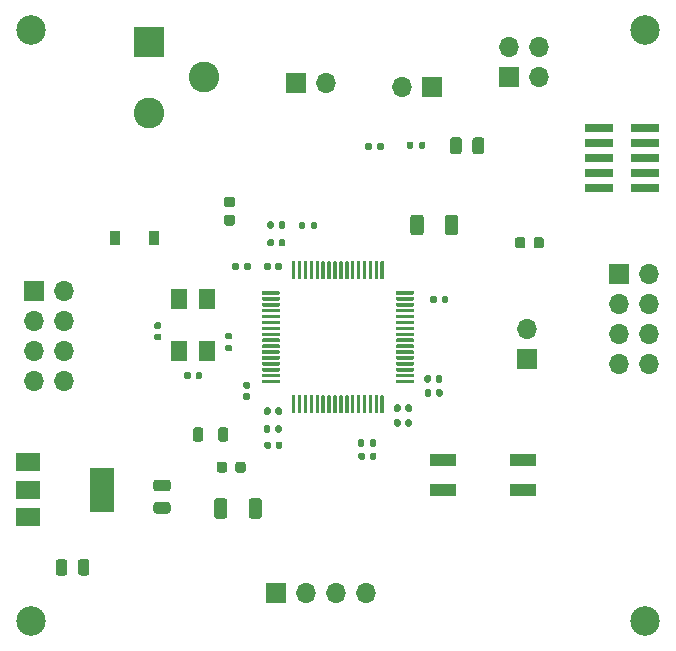
<source format=gbr>
%TF.GenerationSoftware,KiCad,Pcbnew,(5.1.8)-1*%
%TF.CreationDate,2020-11-24T12:22:43+05:30*%
%TF.ProjectId,stm32f405_breakout,73746d33-3266-4343-9035-5f627265616b,rev?*%
%TF.SameCoordinates,Original*%
%TF.FileFunction,Soldermask,Top*%
%TF.FilePolarity,Negative*%
%FSLAX46Y46*%
G04 Gerber Fmt 4.6, Leading zero omitted, Abs format (unit mm)*
G04 Created by KiCad (PCBNEW (5.1.8)-1) date 2020-11-24 12:22:43*
%MOMM*%
%LPD*%
G01*
G04 APERTURE LIST*
%ADD10R,1.700000X1.700000*%
%ADD11O,1.700000X1.700000*%
%ADD12R,0.900000X1.200000*%
%ADD13C,2.500000*%
%ADD14R,2.400000X0.740000*%
%ADD15R,2.600000X2.600000*%
%ADD16C,2.600000*%
%ADD17R,1.400000X1.800000*%
%ADD18R,2.160000X1.120000*%
%ADD19R,2.000000X3.800000*%
%ADD20R,2.000000X1.500000*%
G04 APERTURE END LIST*
%TO.C,D2*%
G36*
G01*
X136641200Y-89353850D02*
X136641200Y-88841350D01*
G75*
G02*
X136859950Y-88622600I218750J0D01*
G01*
X137297450Y-88622600D01*
G75*
G02*
X137516200Y-88841350I0J-218750D01*
G01*
X137516200Y-89353850D01*
G75*
G02*
X137297450Y-89572600I-218750J0D01*
G01*
X136859950Y-89572600D01*
G75*
G02*
X136641200Y-89353850I0J218750D01*
G01*
G37*
G36*
G01*
X138216200Y-89353850D02*
X138216200Y-88841350D01*
G75*
G02*
X138434950Y-88622600I218750J0D01*
G01*
X138872450Y-88622600D01*
G75*
G02*
X139091200Y-88841350I0J-218750D01*
G01*
X139091200Y-89353850D01*
G75*
G02*
X138872450Y-89572600I-218750J0D01*
G01*
X138434950Y-89572600D01*
G75*
G02*
X138216200Y-89353850I0J218750D01*
G01*
G37*
%TD*%
%TO.C,U1*%
G36*
G01*
X117753700Y-92122600D02*
X117753700Y-90722600D01*
G75*
G02*
X117828700Y-90647600I75000J0D01*
G01*
X117978700Y-90647600D01*
G75*
G02*
X118053700Y-90722600I0J-75000D01*
G01*
X118053700Y-92122600D01*
G75*
G02*
X117978700Y-92197600I-75000J0D01*
G01*
X117828700Y-92197600D01*
G75*
G02*
X117753700Y-92122600I0J75000D01*
G01*
G37*
G36*
G01*
X118253700Y-92122600D02*
X118253700Y-90722600D01*
G75*
G02*
X118328700Y-90647600I75000J0D01*
G01*
X118478700Y-90647600D01*
G75*
G02*
X118553700Y-90722600I0J-75000D01*
G01*
X118553700Y-92122600D01*
G75*
G02*
X118478700Y-92197600I-75000J0D01*
G01*
X118328700Y-92197600D01*
G75*
G02*
X118253700Y-92122600I0J75000D01*
G01*
G37*
G36*
G01*
X118753700Y-92122600D02*
X118753700Y-90722600D01*
G75*
G02*
X118828700Y-90647600I75000J0D01*
G01*
X118978700Y-90647600D01*
G75*
G02*
X119053700Y-90722600I0J-75000D01*
G01*
X119053700Y-92122600D01*
G75*
G02*
X118978700Y-92197600I-75000J0D01*
G01*
X118828700Y-92197600D01*
G75*
G02*
X118753700Y-92122600I0J75000D01*
G01*
G37*
G36*
G01*
X119253700Y-92122600D02*
X119253700Y-90722600D01*
G75*
G02*
X119328700Y-90647600I75000J0D01*
G01*
X119478700Y-90647600D01*
G75*
G02*
X119553700Y-90722600I0J-75000D01*
G01*
X119553700Y-92122600D01*
G75*
G02*
X119478700Y-92197600I-75000J0D01*
G01*
X119328700Y-92197600D01*
G75*
G02*
X119253700Y-92122600I0J75000D01*
G01*
G37*
G36*
G01*
X119753700Y-92122600D02*
X119753700Y-90722600D01*
G75*
G02*
X119828700Y-90647600I75000J0D01*
G01*
X119978700Y-90647600D01*
G75*
G02*
X120053700Y-90722600I0J-75000D01*
G01*
X120053700Y-92122600D01*
G75*
G02*
X119978700Y-92197600I-75000J0D01*
G01*
X119828700Y-92197600D01*
G75*
G02*
X119753700Y-92122600I0J75000D01*
G01*
G37*
G36*
G01*
X120253700Y-92122600D02*
X120253700Y-90722600D01*
G75*
G02*
X120328700Y-90647600I75000J0D01*
G01*
X120478700Y-90647600D01*
G75*
G02*
X120553700Y-90722600I0J-75000D01*
G01*
X120553700Y-92122600D01*
G75*
G02*
X120478700Y-92197600I-75000J0D01*
G01*
X120328700Y-92197600D01*
G75*
G02*
X120253700Y-92122600I0J75000D01*
G01*
G37*
G36*
G01*
X120753700Y-92122600D02*
X120753700Y-90722600D01*
G75*
G02*
X120828700Y-90647600I75000J0D01*
G01*
X120978700Y-90647600D01*
G75*
G02*
X121053700Y-90722600I0J-75000D01*
G01*
X121053700Y-92122600D01*
G75*
G02*
X120978700Y-92197600I-75000J0D01*
G01*
X120828700Y-92197600D01*
G75*
G02*
X120753700Y-92122600I0J75000D01*
G01*
G37*
G36*
G01*
X121253700Y-92122600D02*
X121253700Y-90722600D01*
G75*
G02*
X121328700Y-90647600I75000J0D01*
G01*
X121478700Y-90647600D01*
G75*
G02*
X121553700Y-90722600I0J-75000D01*
G01*
X121553700Y-92122600D01*
G75*
G02*
X121478700Y-92197600I-75000J0D01*
G01*
X121328700Y-92197600D01*
G75*
G02*
X121253700Y-92122600I0J75000D01*
G01*
G37*
G36*
G01*
X121753700Y-92122600D02*
X121753700Y-90722600D01*
G75*
G02*
X121828700Y-90647600I75000J0D01*
G01*
X121978700Y-90647600D01*
G75*
G02*
X122053700Y-90722600I0J-75000D01*
G01*
X122053700Y-92122600D01*
G75*
G02*
X121978700Y-92197600I-75000J0D01*
G01*
X121828700Y-92197600D01*
G75*
G02*
X121753700Y-92122600I0J75000D01*
G01*
G37*
G36*
G01*
X122253700Y-92122600D02*
X122253700Y-90722600D01*
G75*
G02*
X122328700Y-90647600I75000J0D01*
G01*
X122478700Y-90647600D01*
G75*
G02*
X122553700Y-90722600I0J-75000D01*
G01*
X122553700Y-92122600D01*
G75*
G02*
X122478700Y-92197600I-75000J0D01*
G01*
X122328700Y-92197600D01*
G75*
G02*
X122253700Y-92122600I0J75000D01*
G01*
G37*
G36*
G01*
X122753700Y-92122600D02*
X122753700Y-90722600D01*
G75*
G02*
X122828700Y-90647600I75000J0D01*
G01*
X122978700Y-90647600D01*
G75*
G02*
X123053700Y-90722600I0J-75000D01*
G01*
X123053700Y-92122600D01*
G75*
G02*
X122978700Y-92197600I-75000J0D01*
G01*
X122828700Y-92197600D01*
G75*
G02*
X122753700Y-92122600I0J75000D01*
G01*
G37*
G36*
G01*
X123253700Y-92122600D02*
X123253700Y-90722600D01*
G75*
G02*
X123328700Y-90647600I75000J0D01*
G01*
X123478700Y-90647600D01*
G75*
G02*
X123553700Y-90722600I0J-75000D01*
G01*
X123553700Y-92122600D01*
G75*
G02*
X123478700Y-92197600I-75000J0D01*
G01*
X123328700Y-92197600D01*
G75*
G02*
X123253700Y-92122600I0J75000D01*
G01*
G37*
G36*
G01*
X123753700Y-92122600D02*
X123753700Y-90722600D01*
G75*
G02*
X123828700Y-90647600I75000J0D01*
G01*
X123978700Y-90647600D01*
G75*
G02*
X124053700Y-90722600I0J-75000D01*
G01*
X124053700Y-92122600D01*
G75*
G02*
X123978700Y-92197600I-75000J0D01*
G01*
X123828700Y-92197600D01*
G75*
G02*
X123753700Y-92122600I0J75000D01*
G01*
G37*
G36*
G01*
X124253700Y-92122600D02*
X124253700Y-90722600D01*
G75*
G02*
X124328700Y-90647600I75000J0D01*
G01*
X124478700Y-90647600D01*
G75*
G02*
X124553700Y-90722600I0J-75000D01*
G01*
X124553700Y-92122600D01*
G75*
G02*
X124478700Y-92197600I-75000J0D01*
G01*
X124328700Y-92197600D01*
G75*
G02*
X124253700Y-92122600I0J75000D01*
G01*
G37*
G36*
G01*
X124753700Y-92122600D02*
X124753700Y-90722600D01*
G75*
G02*
X124828700Y-90647600I75000J0D01*
G01*
X124978700Y-90647600D01*
G75*
G02*
X125053700Y-90722600I0J-75000D01*
G01*
X125053700Y-92122600D01*
G75*
G02*
X124978700Y-92197600I-75000J0D01*
G01*
X124828700Y-92197600D01*
G75*
G02*
X124753700Y-92122600I0J75000D01*
G01*
G37*
G36*
G01*
X125253700Y-92122600D02*
X125253700Y-90722600D01*
G75*
G02*
X125328700Y-90647600I75000J0D01*
G01*
X125478700Y-90647600D01*
G75*
G02*
X125553700Y-90722600I0J-75000D01*
G01*
X125553700Y-92122600D01*
G75*
G02*
X125478700Y-92197600I-75000J0D01*
G01*
X125328700Y-92197600D01*
G75*
G02*
X125253700Y-92122600I0J75000D01*
G01*
G37*
G36*
G01*
X126553700Y-93422600D02*
X126553700Y-93272600D01*
G75*
G02*
X126628700Y-93197600I75000J0D01*
G01*
X128028700Y-93197600D01*
G75*
G02*
X128103700Y-93272600I0J-75000D01*
G01*
X128103700Y-93422600D01*
G75*
G02*
X128028700Y-93497600I-75000J0D01*
G01*
X126628700Y-93497600D01*
G75*
G02*
X126553700Y-93422600I0J75000D01*
G01*
G37*
G36*
G01*
X126553700Y-93922600D02*
X126553700Y-93772600D01*
G75*
G02*
X126628700Y-93697600I75000J0D01*
G01*
X128028700Y-93697600D01*
G75*
G02*
X128103700Y-93772600I0J-75000D01*
G01*
X128103700Y-93922600D01*
G75*
G02*
X128028700Y-93997600I-75000J0D01*
G01*
X126628700Y-93997600D01*
G75*
G02*
X126553700Y-93922600I0J75000D01*
G01*
G37*
G36*
G01*
X126553700Y-94422600D02*
X126553700Y-94272600D01*
G75*
G02*
X126628700Y-94197600I75000J0D01*
G01*
X128028700Y-94197600D01*
G75*
G02*
X128103700Y-94272600I0J-75000D01*
G01*
X128103700Y-94422600D01*
G75*
G02*
X128028700Y-94497600I-75000J0D01*
G01*
X126628700Y-94497600D01*
G75*
G02*
X126553700Y-94422600I0J75000D01*
G01*
G37*
G36*
G01*
X126553700Y-94922600D02*
X126553700Y-94772600D01*
G75*
G02*
X126628700Y-94697600I75000J0D01*
G01*
X128028700Y-94697600D01*
G75*
G02*
X128103700Y-94772600I0J-75000D01*
G01*
X128103700Y-94922600D01*
G75*
G02*
X128028700Y-94997600I-75000J0D01*
G01*
X126628700Y-94997600D01*
G75*
G02*
X126553700Y-94922600I0J75000D01*
G01*
G37*
G36*
G01*
X126553700Y-95422600D02*
X126553700Y-95272600D01*
G75*
G02*
X126628700Y-95197600I75000J0D01*
G01*
X128028700Y-95197600D01*
G75*
G02*
X128103700Y-95272600I0J-75000D01*
G01*
X128103700Y-95422600D01*
G75*
G02*
X128028700Y-95497600I-75000J0D01*
G01*
X126628700Y-95497600D01*
G75*
G02*
X126553700Y-95422600I0J75000D01*
G01*
G37*
G36*
G01*
X126553700Y-95922600D02*
X126553700Y-95772600D01*
G75*
G02*
X126628700Y-95697600I75000J0D01*
G01*
X128028700Y-95697600D01*
G75*
G02*
X128103700Y-95772600I0J-75000D01*
G01*
X128103700Y-95922600D01*
G75*
G02*
X128028700Y-95997600I-75000J0D01*
G01*
X126628700Y-95997600D01*
G75*
G02*
X126553700Y-95922600I0J75000D01*
G01*
G37*
G36*
G01*
X126553700Y-96422600D02*
X126553700Y-96272600D01*
G75*
G02*
X126628700Y-96197600I75000J0D01*
G01*
X128028700Y-96197600D01*
G75*
G02*
X128103700Y-96272600I0J-75000D01*
G01*
X128103700Y-96422600D01*
G75*
G02*
X128028700Y-96497600I-75000J0D01*
G01*
X126628700Y-96497600D01*
G75*
G02*
X126553700Y-96422600I0J75000D01*
G01*
G37*
G36*
G01*
X126553700Y-96922600D02*
X126553700Y-96772600D01*
G75*
G02*
X126628700Y-96697600I75000J0D01*
G01*
X128028700Y-96697600D01*
G75*
G02*
X128103700Y-96772600I0J-75000D01*
G01*
X128103700Y-96922600D01*
G75*
G02*
X128028700Y-96997600I-75000J0D01*
G01*
X126628700Y-96997600D01*
G75*
G02*
X126553700Y-96922600I0J75000D01*
G01*
G37*
G36*
G01*
X126553700Y-97422600D02*
X126553700Y-97272600D01*
G75*
G02*
X126628700Y-97197600I75000J0D01*
G01*
X128028700Y-97197600D01*
G75*
G02*
X128103700Y-97272600I0J-75000D01*
G01*
X128103700Y-97422600D01*
G75*
G02*
X128028700Y-97497600I-75000J0D01*
G01*
X126628700Y-97497600D01*
G75*
G02*
X126553700Y-97422600I0J75000D01*
G01*
G37*
G36*
G01*
X126553700Y-97922600D02*
X126553700Y-97772600D01*
G75*
G02*
X126628700Y-97697600I75000J0D01*
G01*
X128028700Y-97697600D01*
G75*
G02*
X128103700Y-97772600I0J-75000D01*
G01*
X128103700Y-97922600D01*
G75*
G02*
X128028700Y-97997600I-75000J0D01*
G01*
X126628700Y-97997600D01*
G75*
G02*
X126553700Y-97922600I0J75000D01*
G01*
G37*
G36*
G01*
X126553700Y-98422600D02*
X126553700Y-98272600D01*
G75*
G02*
X126628700Y-98197600I75000J0D01*
G01*
X128028700Y-98197600D01*
G75*
G02*
X128103700Y-98272600I0J-75000D01*
G01*
X128103700Y-98422600D01*
G75*
G02*
X128028700Y-98497600I-75000J0D01*
G01*
X126628700Y-98497600D01*
G75*
G02*
X126553700Y-98422600I0J75000D01*
G01*
G37*
G36*
G01*
X126553700Y-98922600D02*
X126553700Y-98772600D01*
G75*
G02*
X126628700Y-98697600I75000J0D01*
G01*
X128028700Y-98697600D01*
G75*
G02*
X128103700Y-98772600I0J-75000D01*
G01*
X128103700Y-98922600D01*
G75*
G02*
X128028700Y-98997600I-75000J0D01*
G01*
X126628700Y-98997600D01*
G75*
G02*
X126553700Y-98922600I0J75000D01*
G01*
G37*
G36*
G01*
X126553700Y-99422600D02*
X126553700Y-99272600D01*
G75*
G02*
X126628700Y-99197600I75000J0D01*
G01*
X128028700Y-99197600D01*
G75*
G02*
X128103700Y-99272600I0J-75000D01*
G01*
X128103700Y-99422600D01*
G75*
G02*
X128028700Y-99497600I-75000J0D01*
G01*
X126628700Y-99497600D01*
G75*
G02*
X126553700Y-99422600I0J75000D01*
G01*
G37*
G36*
G01*
X126553700Y-99922600D02*
X126553700Y-99772600D01*
G75*
G02*
X126628700Y-99697600I75000J0D01*
G01*
X128028700Y-99697600D01*
G75*
G02*
X128103700Y-99772600I0J-75000D01*
G01*
X128103700Y-99922600D01*
G75*
G02*
X128028700Y-99997600I-75000J0D01*
G01*
X126628700Y-99997600D01*
G75*
G02*
X126553700Y-99922600I0J75000D01*
G01*
G37*
G36*
G01*
X126553700Y-100422600D02*
X126553700Y-100272600D01*
G75*
G02*
X126628700Y-100197600I75000J0D01*
G01*
X128028700Y-100197600D01*
G75*
G02*
X128103700Y-100272600I0J-75000D01*
G01*
X128103700Y-100422600D01*
G75*
G02*
X128028700Y-100497600I-75000J0D01*
G01*
X126628700Y-100497600D01*
G75*
G02*
X126553700Y-100422600I0J75000D01*
G01*
G37*
G36*
G01*
X126553700Y-100922600D02*
X126553700Y-100772600D01*
G75*
G02*
X126628700Y-100697600I75000J0D01*
G01*
X128028700Y-100697600D01*
G75*
G02*
X128103700Y-100772600I0J-75000D01*
G01*
X128103700Y-100922600D01*
G75*
G02*
X128028700Y-100997600I-75000J0D01*
G01*
X126628700Y-100997600D01*
G75*
G02*
X126553700Y-100922600I0J75000D01*
G01*
G37*
G36*
G01*
X125253700Y-103472600D02*
X125253700Y-102072600D01*
G75*
G02*
X125328700Y-101997600I75000J0D01*
G01*
X125478700Y-101997600D01*
G75*
G02*
X125553700Y-102072600I0J-75000D01*
G01*
X125553700Y-103472600D01*
G75*
G02*
X125478700Y-103547600I-75000J0D01*
G01*
X125328700Y-103547600D01*
G75*
G02*
X125253700Y-103472600I0J75000D01*
G01*
G37*
G36*
G01*
X124753700Y-103472600D02*
X124753700Y-102072600D01*
G75*
G02*
X124828700Y-101997600I75000J0D01*
G01*
X124978700Y-101997600D01*
G75*
G02*
X125053700Y-102072600I0J-75000D01*
G01*
X125053700Y-103472600D01*
G75*
G02*
X124978700Y-103547600I-75000J0D01*
G01*
X124828700Y-103547600D01*
G75*
G02*
X124753700Y-103472600I0J75000D01*
G01*
G37*
G36*
G01*
X124253700Y-103472600D02*
X124253700Y-102072600D01*
G75*
G02*
X124328700Y-101997600I75000J0D01*
G01*
X124478700Y-101997600D01*
G75*
G02*
X124553700Y-102072600I0J-75000D01*
G01*
X124553700Y-103472600D01*
G75*
G02*
X124478700Y-103547600I-75000J0D01*
G01*
X124328700Y-103547600D01*
G75*
G02*
X124253700Y-103472600I0J75000D01*
G01*
G37*
G36*
G01*
X123753700Y-103472600D02*
X123753700Y-102072600D01*
G75*
G02*
X123828700Y-101997600I75000J0D01*
G01*
X123978700Y-101997600D01*
G75*
G02*
X124053700Y-102072600I0J-75000D01*
G01*
X124053700Y-103472600D01*
G75*
G02*
X123978700Y-103547600I-75000J0D01*
G01*
X123828700Y-103547600D01*
G75*
G02*
X123753700Y-103472600I0J75000D01*
G01*
G37*
G36*
G01*
X123253700Y-103472600D02*
X123253700Y-102072600D01*
G75*
G02*
X123328700Y-101997600I75000J0D01*
G01*
X123478700Y-101997600D01*
G75*
G02*
X123553700Y-102072600I0J-75000D01*
G01*
X123553700Y-103472600D01*
G75*
G02*
X123478700Y-103547600I-75000J0D01*
G01*
X123328700Y-103547600D01*
G75*
G02*
X123253700Y-103472600I0J75000D01*
G01*
G37*
G36*
G01*
X122753700Y-103472600D02*
X122753700Y-102072600D01*
G75*
G02*
X122828700Y-101997600I75000J0D01*
G01*
X122978700Y-101997600D01*
G75*
G02*
X123053700Y-102072600I0J-75000D01*
G01*
X123053700Y-103472600D01*
G75*
G02*
X122978700Y-103547600I-75000J0D01*
G01*
X122828700Y-103547600D01*
G75*
G02*
X122753700Y-103472600I0J75000D01*
G01*
G37*
G36*
G01*
X122253700Y-103472600D02*
X122253700Y-102072600D01*
G75*
G02*
X122328700Y-101997600I75000J0D01*
G01*
X122478700Y-101997600D01*
G75*
G02*
X122553700Y-102072600I0J-75000D01*
G01*
X122553700Y-103472600D01*
G75*
G02*
X122478700Y-103547600I-75000J0D01*
G01*
X122328700Y-103547600D01*
G75*
G02*
X122253700Y-103472600I0J75000D01*
G01*
G37*
G36*
G01*
X121753700Y-103472600D02*
X121753700Y-102072600D01*
G75*
G02*
X121828700Y-101997600I75000J0D01*
G01*
X121978700Y-101997600D01*
G75*
G02*
X122053700Y-102072600I0J-75000D01*
G01*
X122053700Y-103472600D01*
G75*
G02*
X121978700Y-103547600I-75000J0D01*
G01*
X121828700Y-103547600D01*
G75*
G02*
X121753700Y-103472600I0J75000D01*
G01*
G37*
G36*
G01*
X121253700Y-103472600D02*
X121253700Y-102072600D01*
G75*
G02*
X121328700Y-101997600I75000J0D01*
G01*
X121478700Y-101997600D01*
G75*
G02*
X121553700Y-102072600I0J-75000D01*
G01*
X121553700Y-103472600D01*
G75*
G02*
X121478700Y-103547600I-75000J0D01*
G01*
X121328700Y-103547600D01*
G75*
G02*
X121253700Y-103472600I0J75000D01*
G01*
G37*
G36*
G01*
X120753700Y-103472600D02*
X120753700Y-102072600D01*
G75*
G02*
X120828700Y-101997600I75000J0D01*
G01*
X120978700Y-101997600D01*
G75*
G02*
X121053700Y-102072600I0J-75000D01*
G01*
X121053700Y-103472600D01*
G75*
G02*
X120978700Y-103547600I-75000J0D01*
G01*
X120828700Y-103547600D01*
G75*
G02*
X120753700Y-103472600I0J75000D01*
G01*
G37*
G36*
G01*
X120253700Y-103472600D02*
X120253700Y-102072600D01*
G75*
G02*
X120328700Y-101997600I75000J0D01*
G01*
X120478700Y-101997600D01*
G75*
G02*
X120553700Y-102072600I0J-75000D01*
G01*
X120553700Y-103472600D01*
G75*
G02*
X120478700Y-103547600I-75000J0D01*
G01*
X120328700Y-103547600D01*
G75*
G02*
X120253700Y-103472600I0J75000D01*
G01*
G37*
G36*
G01*
X119753700Y-103472600D02*
X119753700Y-102072600D01*
G75*
G02*
X119828700Y-101997600I75000J0D01*
G01*
X119978700Y-101997600D01*
G75*
G02*
X120053700Y-102072600I0J-75000D01*
G01*
X120053700Y-103472600D01*
G75*
G02*
X119978700Y-103547600I-75000J0D01*
G01*
X119828700Y-103547600D01*
G75*
G02*
X119753700Y-103472600I0J75000D01*
G01*
G37*
G36*
G01*
X119253700Y-103472600D02*
X119253700Y-102072600D01*
G75*
G02*
X119328700Y-101997600I75000J0D01*
G01*
X119478700Y-101997600D01*
G75*
G02*
X119553700Y-102072600I0J-75000D01*
G01*
X119553700Y-103472600D01*
G75*
G02*
X119478700Y-103547600I-75000J0D01*
G01*
X119328700Y-103547600D01*
G75*
G02*
X119253700Y-103472600I0J75000D01*
G01*
G37*
G36*
G01*
X118753700Y-103472600D02*
X118753700Y-102072600D01*
G75*
G02*
X118828700Y-101997600I75000J0D01*
G01*
X118978700Y-101997600D01*
G75*
G02*
X119053700Y-102072600I0J-75000D01*
G01*
X119053700Y-103472600D01*
G75*
G02*
X118978700Y-103547600I-75000J0D01*
G01*
X118828700Y-103547600D01*
G75*
G02*
X118753700Y-103472600I0J75000D01*
G01*
G37*
G36*
G01*
X118253700Y-103472600D02*
X118253700Y-102072600D01*
G75*
G02*
X118328700Y-101997600I75000J0D01*
G01*
X118478700Y-101997600D01*
G75*
G02*
X118553700Y-102072600I0J-75000D01*
G01*
X118553700Y-103472600D01*
G75*
G02*
X118478700Y-103547600I-75000J0D01*
G01*
X118328700Y-103547600D01*
G75*
G02*
X118253700Y-103472600I0J75000D01*
G01*
G37*
G36*
G01*
X117753700Y-103472600D02*
X117753700Y-102072600D01*
G75*
G02*
X117828700Y-101997600I75000J0D01*
G01*
X117978700Y-101997600D01*
G75*
G02*
X118053700Y-102072600I0J-75000D01*
G01*
X118053700Y-103472600D01*
G75*
G02*
X117978700Y-103547600I-75000J0D01*
G01*
X117828700Y-103547600D01*
G75*
G02*
X117753700Y-103472600I0J75000D01*
G01*
G37*
G36*
G01*
X115203700Y-100922600D02*
X115203700Y-100772600D01*
G75*
G02*
X115278700Y-100697600I75000J0D01*
G01*
X116678700Y-100697600D01*
G75*
G02*
X116753700Y-100772600I0J-75000D01*
G01*
X116753700Y-100922600D01*
G75*
G02*
X116678700Y-100997600I-75000J0D01*
G01*
X115278700Y-100997600D01*
G75*
G02*
X115203700Y-100922600I0J75000D01*
G01*
G37*
G36*
G01*
X115203700Y-100422600D02*
X115203700Y-100272600D01*
G75*
G02*
X115278700Y-100197600I75000J0D01*
G01*
X116678700Y-100197600D01*
G75*
G02*
X116753700Y-100272600I0J-75000D01*
G01*
X116753700Y-100422600D01*
G75*
G02*
X116678700Y-100497600I-75000J0D01*
G01*
X115278700Y-100497600D01*
G75*
G02*
X115203700Y-100422600I0J75000D01*
G01*
G37*
G36*
G01*
X115203700Y-99922600D02*
X115203700Y-99772600D01*
G75*
G02*
X115278700Y-99697600I75000J0D01*
G01*
X116678700Y-99697600D01*
G75*
G02*
X116753700Y-99772600I0J-75000D01*
G01*
X116753700Y-99922600D01*
G75*
G02*
X116678700Y-99997600I-75000J0D01*
G01*
X115278700Y-99997600D01*
G75*
G02*
X115203700Y-99922600I0J75000D01*
G01*
G37*
G36*
G01*
X115203700Y-99422600D02*
X115203700Y-99272600D01*
G75*
G02*
X115278700Y-99197600I75000J0D01*
G01*
X116678700Y-99197600D01*
G75*
G02*
X116753700Y-99272600I0J-75000D01*
G01*
X116753700Y-99422600D01*
G75*
G02*
X116678700Y-99497600I-75000J0D01*
G01*
X115278700Y-99497600D01*
G75*
G02*
X115203700Y-99422600I0J75000D01*
G01*
G37*
G36*
G01*
X115203700Y-98922600D02*
X115203700Y-98772600D01*
G75*
G02*
X115278700Y-98697600I75000J0D01*
G01*
X116678700Y-98697600D01*
G75*
G02*
X116753700Y-98772600I0J-75000D01*
G01*
X116753700Y-98922600D01*
G75*
G02*
X116678700Y-98997600I-75000J0D01*
G01*
X115278700Y-98997600D01*
G75*
G02*
X115203700Y-98922600I0J75000D01*
G01*
G37*
G36*
G01*
X115203700Y-98422600D02*
X115203700Y-98272600D01*
G75*
G02*
X115278700Y-98197600I75000J0D01*
G01*
X116678700Y-98197600D01*
G75*
G02*
X116753700Y-98272600I0J-75000D01*
G01*
X116753700Y-98422600D01*
G75*
G02*
X116678700Y-98497600I-75000J0D01*
G01*
X115278700Y-98497600D01*
G75*
G02*
X115203700Y-98422600I0J75000D01*
G01*
G37*
G36*
G01*
X115203700Y-97922600D02*
X115203700Y-97772600D01*
G75*
G02*
X115278700Y-97697600I75000J0D01*
G01*
X116678700Y-97697600D01*
G75*
G02*
X116753700Y-97772600I0J-75000D01*
G01*
X116753700Y-97922600D01*
G75*
G02*
X116678700Y-97997600I-75000J0D01*
G01*
X115278700Y-97997600D01*
G75*
G02*
X115203700Y-97922600I0J75000D01*
G01*
G37*
G36*
G01*
X115203700Y-97422600D02*
X115203700Y-97272600D01*
G75*
G02*
X115278700Y-97197600I75000J0D01*
G01*
X116678700Y-97197600D01*
G75*
G02*
X116753700Y-97272600I0J-75000D01*
G01*
X116753700Y-97422600D01*
G75*
G02*
X116678700Y-97497600I-75000J0D01*
G01*
X115278700Y-97497600D01*
G75*
G02*
X115203700Y-97422600I0J75000D01*
G01*
G37*
G36*
G01*
X115203700Y-96922600D02*
X115203700Y-96772600D01*
G75*
G02*
X115278700Y-96697600I75000J0D01*
G01*
X116678700Y-96697600D01*
G75*
G02*
X116753700Y-96772600I0J-75000D01*
G01*
X116753700Y-96922600D01*
G75*
G02*
X116678700Y-96997600I-75000J0D01*
G01*
X115278700Y-96997600D01*
G75*
G02*
X115203700Y-96922600I0J75000D01*
G01*
G37*
G36*
G01*
X115203700Y-96422600D02*
X115203700Y-96272600D01*
G75*
G02*
X115278700Y-96197600I75000J0D01*
G01*
X116678700Y-96197600D01*
G75*
G02*
X116753700Y-96272600I0J-75000D01*
G01*
X116753700Y-96422600D01*
G75*
G02*
X116678700Y-96497600I-75000J0D01*
G01*
X115278700Y-96497600D01*
G75*
G02*
X115203700Y-96422600I0J75000D01*
G01*
G37*
G36*
G01*
X115203700Y-95922600D02*
X115203700Y-95772600D01*
G75*
G02*
X115278700Y-95697600I75000J0D01*
G01*
X116678700Y-95697600D01*
G75*
G02*
X116753700Y-95772600I0J-75000D01*
G01*
X116753700Y-95922600D01*
G75*
G02*
X116678700Y-95997600I-75000J0D01*
G01*
X115278700Y-95997600D01*
G75*
G02*
X115203700Y-95922600I0J75000D01*
G01*
G37*
G36*
G01*
X115203700Y-95422600D02*
X115203700Y-95272600D01*
G75*
G02*
X115278700Y-95197600I75000J0D01*
G01*
X116678700Y-95197600D01*
G75*
G02*
X116753700Y-95272600I0J-75000D01*
G01*
X116753700Y-95422600D01*
G75*
G02*
X116678700Y-95497600I-75000J0D01*
G01*
X115278700Y-95497600D01*
G75*
G02*
X115203700Y-95422600I0J75000D01*
G01*
G37*
G36*
G01*
X115203700Y-94922600D02*
X115203700Y-94772600D01*
G75*
G02*
X115278700Y-94697600I75000J0D01*
G01*
X116678700Y-94697600D01*
G75*
G02*
X116753700Y-94772600I0J-75000D01*
G01*
X116753700Y-94922600D01*
G75*
G02*
X116678700Y-94997600I-75000J0D01*
G01*
X115278700Y-94997600D01*
G75*
G02*
X115203700Y-94922600I0J75000D01*
G01*
G37*
G36*
G01*
X115203700Y-94422600D02*
X115203700Y-94272600D01*
G75*
G02*
X115278700Y-94197600I75000J0D01*
G01*
X116678700Y-94197600D01*
G75*
G02*
X116753700Y-94272600I0J-75000D01*
G01*
X116753700Y-94422600D01*
G75*
G02*
X116678700Y-94497600I-75000J0D01*
G01*
X115278700Y-94497600D01*
G75*
G02*
X115203700Y-94422600I0J75000D01*
G01*
G37*
G36*
G01*
X115203700Y-93922600D02*
X115203700Y-93772600D01*
G75*
G02*
X115278700Y-93697600I75000J0D01*
G01*
X116678700Y-93697600D01*
G75*
G02*
X116753700Y-93772600I0J-75000D01*
G01*
X116753700Y-93922600D01*
G75*
G02*
X116678700Y-93997600I-75000J0D01*
G01*
X115278700Y-93997600D01*
G75*
G02*
X115203700Y-93922600I0J75000D01*
G01*
G37*
G36*
G01*
X115203700Y-93422600D02*
X115203700Y-93272600D01*
G75*
G02*
X115278700Y-93197600I75000J0D01*
G01*
X116678700Y-93197600D01*
G75*
G02*
X116753700Y-93272600I0J-75000D01*
G01*
X116753700Y-93422600D01*
G75*
G02*
X116678700Y-93497600I-75000J0D01*
G01*
X115278700Y-93497600D01*
G75*
G02*
X115203700Y-93422600I0J75000D01*
G01*
G37*
%TD*%
D10*
%TO.C,PORTC_2*%
X145470880Y-91765120D03*
D11*
X148010880Y-91765120D03*
X145470880Y-94305120D03*
X148010880Y-94305120D03*
X145470880Y-96845120D03*
X148010880Y-96845120D03*
X145470880Y-99385120D03*
X148010880Y-99385120D03*
%TD*%
%TO.C,C14*%
G36*
G01*
X109203700Y-100177600D02*
X109203700Y-100517600D01*
G75*
G02*
X109063700Y-100657600I-140000J0D01*
G01*
X108783700Y-100657600D01*
G75*
G02*
X108643700Y-100517600I0J140000D01*
G01*
X108643700Y-100177600D01*
G75*
G02*
X108783700Y-100037600I140000J0D01*
G01*
X109063700Y-100037600D01*
G75*
G02*
X109203700Y-100177600I0J-140000D01*
G01*
G37*
G36*
G01*
X110163700Y-100177600D02*
X110163700Y-100517600D01*
G75*
G02*
X110023700Y-100657600I-140000J0D01*
G01*
X109743700Y-100657600D01*
G75*
G02*
X109603700Y-100517600I0J140000D01*
G01*
X109603700Y-100177600D01*
G75*
G02*
X109743700Y-100037600I140000J0D01*
G01*
X110023700Y-100037600D01*
G75*
G02*
X110163700Y-100177600I0J-140000D01*
G01*
G37*
%TD*%
%TO.C,C1*%
G36*
G01*
X112221200Y-85198500D02*
X112721200Y-85198500D01*
G75*
G02*
X112946200Y-85423500I0J-225000D01*
G01*
X112946200Y-85873500D01*
G75*
G02*
X112721200Y-86098500I-225000J0D01*
G01*
X112221200Y-86098500D01*
G75*
G02*
X111996200Y-85873500I0J225000D01*
G01*
X111996200Y-85423500D01*
G75*
G02*
X112221200Y-85198500I225000J0D01*
G01*
G37*
G36*
G01*
X112221200Y-86748500D02*
X112721200Y-86748500D01*
G75*
G02*
X112946200Y-86973500I0J-225000D01*
G01*
X112946200Y-87423500D01*
G75*
G02*
X112721200Y-87648500I-225000J0D01*
G01*
X112221200Y-87648500D01*
G75*
G02*
X111996200Y-87423500I0J225000D01*
G01*
X111996200Y-86973500D01*
G75*
G02*
X112221200Y-86748500I225000J0D01*
G01*
G37*
%TD*%
%TO.C,C2*%
G36*
G01*
X116913700Y-90927600D02*
X116913700Y-91267600D01*
G75*
G02*
X116773700Y-91407600I-140000J0D01*
G01*
X116493700Y-91407600D01*
G75*
G02*
X116353700Y-91267600I0J140000D01*
G01*
X116353700Y-90927600D01*
G75*
G02*
X116493700Y-90787600I140000J0D01*
G01*
X116773700Y-90787600D01*
G75*
G02*
X116913700Y-90927600I0J-140000D01*
G01*
G37*
G36*
G01*
X115953700Y-90927600D02*
X115953700Y-91267600D01*
G75*
G02*
X115813700Y-91407600I-140000J0D01*
G01*
X115533700Y-91407600D01*
G75*
G02*
X115393700Y-91267600I0J140000D01*
G01*
X115393700Y-90927600D01*
G75*
G02*
X115533700Y-90787600I140000J0D01*
G01*
X115813700Y-90787600D01*
G75*
G02*
X115953700Y-90927600I0J-140000D01*
G01*
G37*
%TD*%
%TO.C,C3*%
G36*
G01*
X124910180Y-107015460D02*
X124910180Y-107355460D01*
G75*
G02*
X124770180Y-107495460I-140000J0D01*
G01*
X124490180Y-107495460D01*
G75*
G02*
X124350180Y-107355460I0J140000D01*
G01*
X124350180Y-107015460D01*
G75*
G02*
X124490180Y-106875460I140000J0D01*
G01*
X124770180Y-106875460D01*
G75*
G02*
X124910180Y-107015460I0J-140000D01*
G01*
G37*
G36*
G01*
X123950180Y-107015460D02*
X123950180Y-107355460D01*
G75*
G02*
X123810180Y-107495460I-140000J0D01*
G01*
X123530180Y-107495460D01*
G75*
G02*
X123390180Y-107355460I0J140000D01*
G01*
X123390180Y-107015460D01*
G75*
G02*
X123530180Y-106875460I140000J0D01*
G01*
X123810180Y-106875460D01*
G75*
G02*
X123950180Y-107015460I0J-140000D01*
G01*
G37*
%TD*%
%TO.C,C4*%
G36*
G01*
X115936420Y-104688820D02*
X115936420Y-105028820D01*
G75*
G02*
X115796420Y-105168820I-140000J0D01*
G01*
X115516420Y-105168820D01*
G75*
G02*
X115376420Y-105028820I0J140000D01*
G01*
X115376420Y-104688820D01*
G75*
G02*
X115516420Y-104548820I140000J0D01*
G01*
X115796420Y-104548820D01*
G75*
G02*
X115936420Y-104688820I0J-140000D01*
G01*
G37*
G36*
G01*
X116896420Y-104688820D02*
X116896420Y-105028820D01*
G75*
G02*
X116756420Y-105168820I-140000J0D01*
G01*
X116476420Y-105168820D01*
G75*
G02*
X116336420Y-105028820I0J140000D01*
G01*
X116336420Y-104688820D01*
G75*
G02*
X116476420Y-104548820I140000J0D01*
G01*
X116756420Y-104548820D01*
G75*
G02*
X116896420Y-104688820I0J-140000D01*
G01*
G37*
%TD*%
%TO.C,C5*%
G36*
G01*
X130441100Y-94061100D02*
X130441100Y-93721100D01*
G75*
G02*
X130581100Y-93581100I140000J0D01*
G01*
X130861100Y-93581100D01*
G75*
G02*
X131001100Y-93721100I0J-140000D01*
G01*
X131001100Y-94061100D01*
G75*
G02*
X130861100Y-94201100I-140000J0D01*
G01*
X130581100Y-94201100D01*
G75*
G02*
X130441100Y-94061100I0J140000D01*
G01*
G37*
G36*
G01*
X129481100Y-94061100D02*
X129481100Y-93721100D01*
G75*
G02*
X129621100Y-93581100I140000J0D01*
G01*
X129901100Y-93581100D01*
G75*
G02*
X130041100Y-93721100I0J-140000D01*
G01*
X130041100Y-94061100D01*
G75*
G02*
X129901100Y-94201100I-140000J0D01*
G01*
X129621100Y-94201100D01*
G75*
G02*
X129481100Y-94061100I0J140000D01*
G01*
G37*
%TD*%
%TO.C,C6*%
G36*
G01*
X116944740Y-106070580D02*
X116944740Y-106410580D01*
G75*
G02*
X116804740Y-106550580I-140000J0D01*
G01*
X116524740Y-106550580D01*
G75*
G02*
X116384740Y-106410580I0J140000D01*
G01*
X116384740Y-106070580D01*
G75*
G02*
X116524740Y-105930580I140000J0D01*
G01*
X116804740Y-105930580D01*
G75*
G02*
X116944740Y-106070580I0J-140000D01*
G01*
G37*
G36*
G01*
X115984740Y-106070580D02*
X115984740Y-106410580D01*
G75*
G02*
X115844740Y-106550580I-140000J0D01*
G01*
X115564740Y-106550580D01*
G75*
G02*
X115424740Y-106410580I0J140000D01*
G01*
X115424740Y-106070580D01*
G75*
G02*
X115564740Y-105930580I140000J0D01*
G01*
X115844740Y-105930580D01*
G75*
G02*
X115984740Y-106070580I0J-140000D01*
G01*
G37*
%TD*%
%TO.C,C7*%
G36*
G01*
X126393700Y-103267600D02*
X126393700Y-102927600D01*
G75*
G02*
X126533700Y-102787600I140000J0D01*
G01*
X126813700Y-102787600D01*
G75*
G02*
X126953700Y-102927600I0J-140000D01*
G01*
X126953700Y-103267600D01*
G75*
G02*
X126813700Y-103407600I-140000J0D01*
G01*
X126533700Y-103407600D01*
G75*
G02*
X126393700Y-103267600I0J140000D01*
G01*
G37*
G36*
G01*
X127353700Y-103267600D02*
X127353700Y-102927600D01*
G75*
G02*
X127493700Y-102787600I140000J0D01*
G01*
X127773700Y-102787600D01*
G75*
G02*
X127913700Y-102927600I0J-140000D01*
G01*
X127913700Y-103267600D01*
G75*
G02*
X127773700Y-103407600I-140000J0D01*
G01*
X127493700Y-103407600D01*
G75*
G02*
X127353700Y-103267600I0J140000D01*
G01*
G37*
%TD*%
%TO.C,C8*%
G36*
G01*
X127353700Y-104517600D02*
X127353700Y-104177600D01*
G75*
G02*
X127493700Y-104037600I140000J0D01*
G01*
X127773700Y-104037600D01*
G75*
G02*
X127913700Y-104177600I0J-140000D01*
G01*
X127913700Y-104517600D01*
G75*
G02*
X127773700Y-104657600I-140000J0D01*
G01*
X127493700Y-104657600D01*
G75*
G02*
X127353700Y-104517600I0J140000D01*
G01*
G37*
G36*
G01*
X126393700Y-104517600D02*
X126393700Y-104177600D01*
G75*
G02*
X126533700Y-104037600I140000J0D01*
G01*
X126813700Y-104037600D01*
G75*
G02*
X126953700Y-104177600I0J-140000D01*
G01*
X126953700Y-104517600D01*
G75*
G02*
X126813700Y-104657600I-140000J0D01*
G01*
X126533700Y-104657600D01*
G75*
G02*
X126393700Y-104517600I0J140000D01*
G01*
G37*
%TD*%
%TO.C,C9*%
G36*
G01*
X129930500Y-100792100D02*
X129930500Y-100452100D01*
G75*
G02*
X130070500Y-100312100I140000J0D01*
G01*
X130350500Y-100312100D01*
G75*
G02*
X130490500Y-100452100I0J-140000D01*
G01*
X130490500Y-100792100D01*
G75*
G02*
X130350500Y-100932100I-140000J0D01*
G01*
X130070500Y-100932100D01*
G75*
G02*
X129930500Y-100792100I0J140000D01*
G01*
G37*
G36*
G01*
X128970500Y-100792100D02*
X128970500Y-100452100D01*
G75*
G02*
X129110500Y-100312100I140000J0D01*
G01*
X129390500Y-100312100D01*
G75*
G02*
X129530500Y-100452100I0J-140000D01*
G01*
X129530500Y-100792100D01*
G75*
G02*
X129390500Y-100932100I-140000J0D01*
G01*
X129110500Y-100932100D01*
G75*
G02*
X128970500Y-100792100I0J140000D01*
G01*
G37*
%TD*%
%TO.C,C10*%
G36*
G01*
X129008600Y-101973200D02*
X129008600Y-101633200D01*
G75*
G02*
X129148600Y-101493200I140000J0D01*
G01*
X129428600Y-101493200D01*
G75*
G02*
X129568600Y-101633200I0J-140000D01*
G01*
X129568600Y-101973200D01*
G75*
G02*
X129428600Y-102113200I-140000J0D01*
G01*
X129148600Y-102113200D01*
G75*
G02*
X129008600Y-101973200I0J140000D01*
G01*
G37*
G36*
G01*
X129968600Y-101973200D02*
X129968600Y-101633200D01*
G75*
G02*
X130108600Y-101493200I140000J0D01*
G01*
X130388600Y-101493200D01*
G75*
G02*
X130528600Y-101633200I0J-140000D01*
G01*
X130528600Y-101973200D01*
G75*
G02*
X130388600Y-102113200I-140000J0D01*
G01*
X130108600Y-102113200D01*
G75*
G02*
X129968600Y-101973200I0J140000D01*
G01*
G37*
%TD*%
%TO.C,C11*%
G36*
G01*
X116633600Y-89268120D02*
X116633600Y-88928120D01*
G75*
G02*
X116773600Y-88788120I140000J0D01*
G01*
X117053600Y-88788120D01*
G75*
G02*
X117193600Y-88928120I0J-140000D01*
G01*
X117193600Y-89268120D01*
G75*
G02*
X117053600Y-89408120I-140000J0D01*
G01*
X116773600Y-89408120D01*
G75*
G02*
X116633600Y-89268120I0J140000D01*
G01*
G37*
G36*
G01*
X115673600Y-89268120D02*
X115673600Y-88928120D01*
G75*
G02*
X115813600Y-88788120I140000J0D01*
G01*
X116093600Y-88788120D01*
G75*
G02*
X116233600Y-88928120I0J-140000D01*
G01*
X116233600Y-89268120D01*
G75*
G02*
X116093600Y-89408120I-140000J0D01*
G01*
X115813600Y-89408120D01*
G75*
G02*
X115673600Y-89268120I0J140000D01*
G01*
G37*
%TD*%
%TO.C,C12*%
G36*
G01*
X115665920Y-87766980D02*
X115665920Y-87426980D01*
G75*
G02*
X115805920Y-87286980I140000J0D01*
G01*
X116085920Y-87286980D01*
G75*
G02*
X116225920Y-87426980I0J-140000D01*
G01*
X116225920Y-87766980D01*
G75*
G02*
X116085920Y-87906980I-140000J0D01*
G01*
X115805920Y-87906980D01*
G75*
G02*
X115665920Y-87766980I0J140000D01*
G01*
G37*
G36*
G01*
X116625920Y-87766980D02*
X116625920Y-87426980D01*
G75*
G02*
X116765920Y-87286980I140000J0D01*
G01*
X117045920Y-87286980D01*
G75*
G02*
X117185920Y-87426980I0J-140000D01*
G01*
X117185920Y-87766980D01*
G75*
G02*
X117045920Y-87906980I-140000J0D01*
G01*
X116765920Y-87906980D01*
G75*
G02*
X116625920Y-87766980I0J140000D01*
G01*
G37*
%TD*%
%TO.C,C13*%
G36*
G01*
X106233700Y-95837600D02*
X106573700Y-95837600D01*
G75*
G02*
X106713700Y-95977600I0J-140000D01*
G01*
X106713700Y-96257600D01*
G75*
G02*
X106573700Y-96397600I-140000J0D01*
G01*
X106233700Y-96397600D01*
G75*
G02*
X106093700Y-96257600I0J140000D01*
G01*
X106093700Y-95977600D01*
G75*
G02*
X106233700Y-95837600I140000J0D01*
G01*
G37*
G36*
G01*
X106233700Y-96797600D02*
X106573700Y-96797600D01*
G75*
G02*
X106713700Y-96937600I0J-140000D01*
G01*
X106713700Y-97217600D01*
G75*
G02*
X106573700Y-97357600I-140000J0D01*
G01*
X106233700Y-97357600D01*
G75*
G02*
X106093700Y-97217600I0J140000D01*
G01*
X106093700Y-96937600D01*
G75*
G02*
X106233700Y-96797600I140000J0D01*
G01*
G37*
%TD*%
%TO.C,C15*%
G36*
G01*
X107228700Y-110147600D02*
X106278700Y-110147600D01*
G75*
G02*
X106028700Y-109897600I0J250000D01*
G01*
X106028700Y-109397600D01*
G75*
G02*
X106278700Y-109147600I250000J0D01*
G01*
X107228700Y-109147600D01*
G75*
G02*
X107478700Y-109397600I0J-250000D01*
G01*
X107478700Y-109897600D01*
G75*
G02*
X107228700Y-110147600I-250000J0D01*
G01*
G37*
G36*
G01*
X107228700Y-112047600D02*
X106278700Y-112047600D01*
G75*
G02*
X106028700Y-111797600I0J250000D01*
G01*
X106028700Y-111297600D01*
G75*
G02*
X106278700Y-111047600I250000J0D01*
G01*
X107228700Y-111047600D01*
G75*
G02*
X107478700Y-111297600I0J-250000D01*
G01*
X107478700Y-111797600D01*
G75*
G02*
X107228700Y-112047600I-250000J0D01*
G01*
G37*
%TD*%
%TO.C,C16*%
G36*
G01*
X116353700Y-103517600D02*
X116353700Y-103177600D01*
G75*
G02*
X116493700Y-103037600I140000J0D01*
G01*
X116773700Y-103037600D01*
G75*
G02*
X116913700Y-103177600I0J-140000D01*
G01*
X116913700Y-103517600D01*
G75*
G02*
X116773700Y-103657600I-140000J0D01*
G01*
X116493700Y-103657600D01*
G75*
G02*
X116353700Y-103517600I0J140000D01*
G01*
G37*
G36*
G01*
X115393700Y-103517600D02*
X115393700Y-103177600D01*
G75*
G02*
X115533700Y-103037600I140000J0D01*
G01*
X115813700Y-103037600D01*
G75*
G02*
X115953700Y-103177600I0J-140000D01*
G01*
X115953700Y-103517600D01*
G75*
G02*
X115813700Y-103657600I-140000J0D01*
G01*
X115533700Y-103657600D01*
G75*
G02*
X115393700Y-103517600I0J140000D01*
G01*
G37*
%TD*%
%TO.C,C17*%
G36*
G01*
X113749000Y-101838100D02*
X114089000Y-101838100D01*
G75*
G02*
X114229000Y-101978100I0J-140000D01*
G01*
X114229000Y-102258100D01*
G75*
G02*
X114089000Y-102398100I-140000J0D01*
G01*
X113749000Y-102398100D01*
G75*
G02*
X113609000Y-102258100I0J140000D01*
G01*
X113609000Y-101978100D01*
G75*
G02*
X113749000Y-101838100I140000J0D01*
G01*
G37*
G36*
G01*
X113749000Y-100878100D02*
X114089000Y-100878100D01*
G75*
G02*
X114229000Y-101018100I0J-140000D01*
G01*
X114229000Y-101298100D01*
G75*
G02*
X114089000Y-101438100I-140000J0D01*
G01*
X113749000Y-101438100D01*
G75*
G02*
X113609000Y-101298100I0J140000D01*
G01*
X113609000Y-101018100D01*
G75*
G02*
X113749000Y-100878100I140000J0D01*
G01*
G37*
%TD*%
D12*
%TO.C,D1*%
X106069400Y-88684100D03*
X102769400Y-88684100D03*
%TD*%
%TO.C,F1*%
G36*
G01*
X97759700Y-117032090D02*
X97759700Y-116119590D01*
G75*
G02*
X98003450Y-115875840I243750J0D01*
G01*
X98490950Y-115875840D01*
G75*
G02*
X98734700Y-116119590I0J-243750D01*
G01*
X98734700Y-117032090D01*
G75*
G02*
X98490950Y-117275840I-243750J0D01*
G01*
X98003450Y-117275840D01*
G75*
G02*
X97759700Y-117032090I0J243750D01*
G01*
G37*
G36*
G01*
X99634700Y-117032090D02*
X99634700Y-116119590D01*
G75*
G02*
X99878450Y-115875840I243750J0D01*
G01*
X100365950Y-115875840D01*
G75*
G02*
X100609700Y-116119590I0J-243750D01*
G01*
X100609700Y-117032090D01*
G75*
G02*
X100365950Y-117275840I-243750J0D01*
G01*
X99878450Y-117275840D01*
G75*
G02*
X99634700Y-117032090I0J243750D01*
G01*
G37*
%TD*%
D13*
%TO.C,H1*%
X95653700Y-71097600D03*
%TD*%
%TO.C,H2*%
X147653700Y-71097600D03*
%TD*%
%TO.C,H3*%
X147653700Y-121097600D03*
%TD*%
D14*
%TO.C,J1*%
X147655280Y-84498180D03*
X143755280Y-84498180D03*
X147655280Y-83228180D03*
X143755280Y-83228180D03*
X147655280Y-81958180D03*
X143755280Y-81958180D03*
X147655280Y-80688180D03*
X143755280Y-80688180D03*
X147655280Y-79418180D03*
X143755280Y-79418180D03*
%TD*%
D11*
%TO.C,3.3 V*%
X127113700Y-75897600D03*
D10*
X129653700Y-75897600D03*
%TD*%
D11*
%TO.C,SPI*%
X124028200Y-118783100D03*
X121488200Y-118783100D03*
X118948200Y-118783100D03*
D10*
X116408200Y-118783100D03*
%TD*%
%TO.C,UART*%
X137653700Y-98897600D03*
D11*
X137653700Y-96357600D03*
%TD*%
D15*
%TO.C,J7*%
X105653700Y-72097600D03*
D16*
X105653700Y-78097600D03*
X110353700Y-75097600D03*
%TD*%
%TO.C,R1*%
G36*
G01*
X112207460Y-97751140D02*
X112577460Y-97751140D01*
G75*
G02*
X112712460Y-97886140I0J-135000D01*
G01*
X112712460Y-98156140D01*
G75*
G02*
X112577460Y-98291140I-135000J0D01*
G01*
X112207460Y-98291140D01*
G75*
G02*
X112072460Y-98156140I0J135000D01*
G01*
X112072460Y-97886140D01*
G75*
G02*
X112207460Y-97751140I135000J0D01*
G01*
G37*
G36*
G01*
X112207460Y-96731140D02*
X112577460Y-96731140D01*
G75*
G02*
X112712460Y-96866140I0J-135000D01*
G01*
X112712460Y-97136140D01*
G75*
G02*
X112577460Y-97271140I-135000J0D01*
G01*
X112207460Y-97271140D01*
G75*
G02*
X112072460Y-97136140I0J135000D01*
G01*
X112072460Y-96866140D01*
G75*
G02*
X112207460Y-96731140I135000J0D01*
G01*
G37*
%TD*%
%TO.C,R2*%
G36*
G01*
X129047460Y-80660660D02*
X129047460Y-81030660D01*
G75*
G02*
X128912460Y-81165660I-135000J0D01*
G01*
X128642460Y-81165660D01*
G75*
G02*
X128507460Y-81030660I0J135000D01*
G01*
X128507460Y-80660660D01*
G75*
G02*
X128642460Y-80525660I135000J0D01*
G01*
X128912460Y-80525660D01*
G75*
G02*
X129047460Y-80660660I0J-135000D01*
G01*
G37*
G36*
G01*
X128027460Y-80660660D02*
X128027460Y-81030660D01*
G75*
G02*
X127892460Y-81165660I-135000J0D01*
G01*
X127622460Y-81165660D01*
G75*
G02*
X127487460Y-81030660I0J135000D01*
G01*
X127487460Y-80660660D01*
G75*
G02*
X127622460Y-80525660I135000J0D01*
G01*
X127892460Y-80525660D01*
G75*
G02*
X128027460Y-80660660I0J-135000D01*
G01*
G37*
%TD*%
%TO.C,R3*%
G36*
G01*
X124502480Y-80752100D02*
X124502480Y-81122100D01*
G75*
G02*
X124367480Y-81257100I-135000J0D01*
G01*
X124097480Y-81257100D01*
G75*
G02*
X123962480Y-81122100I0J135000D01*
G01*
X123962480Y-80752100D01*
G75*
G02*
X124097480Y-80617100I135000J0D01*
G01*
X124367480Y-80617100D01*
G75*
G02*
X124502480Y-80752100I0J-135000D01*
G01*
G37*
G36*
G01*
X125522480Y-80752100D02*
X125522480Y-81122100D01*
G75*
G02*
X125387480Y-81257100I-135000J0D01*
G01*
X125117480Y-81257100D01*
G75*
G02*
X124982480Y-81122100I0J135000D01*
G01*
X124982480Y-80752100D01*
G75*
G02*
X125117480Y-80617100I135000J0D01*
G01*
X125387480Y-80617100D01*
G75*
G02*
X125522480Y-80752100I0J-135000D01*
G01*
G37*
%TD*%
%TO.C,R4*%
G36*
G01*
X113249740Y-90904480D02*
X113249740Y-91274480D01*
G75*
G02*
X113114740Y-91409480I-135000J0D01*
G01*
X112844740Y-91409480D01*
G75*
G02*
X112709740Y-91274480I0J135000D01*
G01*
X112709740Y-90904480D01*
G75*
G02*
X112844740Y-90769480I135000J0D01*
G01*
X113114740Y-90769480D01*
G75*
G02*
X113249740Y-90904480I0J-135000D01*
G01*
G37*
G36*
G01*
X114269740Y-90904480D02*
X114269740Y-91274480D01*
G75*
G02*
X114134740Y-91409480I-135000J0D01*
G01*
X113864740Y-91409480D01*
G75*
G02*
X113729740Y-91274480I0J135000D01*
G01*
X113729740Y-90904480D01*
G75*
G02*
X113864740Y-90769480I135000J0D01*
G01*
X114134740Y-90769480D01*
G75*
G02*
X114269740Y-90904480I0J-135000D01*
G01*
G37*
%TD*%
%TO.C,R5*%
G36*
G01*
X119353300Y-87822620D02*
X119353300Y-87452620D01*
G75*
G02*
X119488300Y-87317620I135000J0D01*
G01*
X119758300Y-87317620D01*
G75*
G02*
X119893300Y-87452620I0J-135000D01*
G01*
X119893300Y-87822620D01*
G75*
G02*
X119758300Y-87957620I-135000J0D01*
G01*
X119488300Y-87957620D01*
G75*
G02*
X119353300Y-87822620I0J135000D01*
G01*
G37*
G36*
G01*
X118333300Y-87822620D02*
X118333300Y-87452620D01*
G75*
G02*
X118468300Y-87317620I135000J0D01*
G01*
X118738300Y-87317620D01*
G75*
G02*
X118873300Y-87452620I0J-135000D01*
G01*
X118873300Y-87822620D01*
G75*
G02*
X118738300Y-87957620I-135000J0D01*
G01*
X118468300Y-87957620D01*
G75*
G02*
X118333300Y-87822620I0J135000D01*
G01*
G37*
%TD*%
%TO.C,R6*%
G36*
G01*
X123342180Y-106224920D02*
X123342180Y-105854920D01*
G75*
G02*
X123477180Y-105719920I135000J0D01*
G01*
X123747180Y-105719920D01*
G75*
G02*
X123882180Y-105854920I0J-135000D01*
G01*
X123882180Y-106224920D01*
G75*
G02*
X123747180Y-106359920I-135000J0D01*
G01*
X123477180Y-106359920D01*
G75*
G02*
X123342180Y-106224920I0J135000D01*
G01*
G37*
G36*
G01*
X124362180Y-106224920D02*
X124362180Y-105854920D01*
G75*
G02*
X124497180Y-105719920I135000J0D01*
G01*
X124767180Y-105719920D01*
G75*
G02*
X124902180Y-105854920I0J-135000D01*
G01*
X124902180Y-106224920D01*
G75*
G02*
X124767180Y-106359920I-135000J0D01*
G01*
X124497180Y-106359920D01*
G75*
G02*
X124362180Y-106224920I0J135000D01*
G01*
G37*
%TD*%
D17*
%TO.C,Y1*%
X110603700Y-93897600D03*
X110603700Y-98297600D03*
X108203700Y-98297600D03*
X108203700Y-93897600D03*
%TD*%
%TO.C,FB1*%
G36*
G01*
X109371000Y-105715050D02*
X109371000Y-104952550D01*
G75*
G02*
X109589750Y-104733800I218750J0D01*
G01*
X110027250Y-104733800D01*
G75*
G02*
X110246000Y-104952550I0J-218750D01*
G01*
X110246000Y-105715050D01*
G75*
G02*
X110027250Y-105933800I-218750J0D01*
G01*
X109589750Y-105933800D01*
G75*
G02*
X109371000Y-105715050I0J218750D01*
G01*
G37*
G36*
G01*
X111496000Y-105715050D02*
X111496000Y-104952550D01*
G75*
G02*
X111714750Y-104733800I218750J0D01*
G01*
X112152250Y-104733800D01*
G75*
G02*
X112371000Y-104952550I0J-218750D01*
G01*
X112371000Y-105715050D01*
G75*
G02*
X112152250Y-105933800I-218750J0D01*
G01*
X111714750Y-105933800D01*
G75*
G02*
X111496000Y-105715050I0J218750D01*
G01*
G37*
%TD*%
%TO.C,C18*%
G36*
G01*
X133040540Y-81358760D02*
X133040540Y-80408760D01*
G75*
G02*
X133290540Y-80158760I250000J0D01*
G01*
X133790540Y-80158760D01*
G75*
G02*
X134040540Y-80408760I0J-250000D01*
G01*
X134040540Y-81358760D01*
G75*
G02*
X133790540Y-81608760I-250000J0D01*
G01*
X133290540Y-81608760D01*
G75*
G02*
X133040540Y-81358760I0J250000D01*
G01*
G37*
G36*
G01*
X131140540Y-81358760D02*
X131140540Y-80408760D01*
G75*
G02*
X131390540Y-80158760I250000J0D01*
G01*
X131890540Y-80158760D01*
G75*
G02*
X132140540Y-80408760I0J-250000D01*
G01*
X132140540Y-81358760D01*
G75*
G02*
X131890540Y-81608760I-250000J0D01*
G01*
X131390540Y-81608760D01*
G75*
G02*
X131140540Y-81358760I0J250000D01*
G01*
G37*
%TD*%
D13*
%TO.C,H4*%
X95653700Y-121097600D03*
%TD*%
D10*
%TO.C,I2C*%
X118140480Y-75580240D03*
D11*
X120680480Y-75580240D03*
%TD*%
D18*
%TO.C,RESET*%
X137318700Y-107527600D03*
X130588700Y-110067600D03*
X137318700Y-110067600D03*
X130588700Y-107527600D03*
%TD*%
D19*
%TO.C,U2*%
X101703700Y-109997600D03*
D20*
X95403700Y-109997600D03*
X95403700Y-112297600D03*
X95403700Y-107697600D03*
%TD*%
D10*
%TO.C,VIN*%
X136153700Y-75097600D03*
D11*
X136153700Y-72557600D03*
X138693700Y-75097600D03*
X138693700Y-72557600D03*
%TD*%
%TO.C,PC_13*%
G36*
G01*
X112966200Y-108353850D02*
X112966200Y-107841350D01*
G75*
G02*
X113184950Y-107622600I218750J0D01*
G01*
X113622450Y-107622600D01*
G75*
G02*
X113841200Y-107841350I0J-218750D01*
G01*
X113841200Y-108353850D01*
G75*
G02*
X113622450Y-108572600I-218750J0D01*
G01*
X113184950Y-108572600D01*
G75*
G02*
X112966200Y-108353850I0J218750D01*
G01*
G37*
G36*
G01*
X111391200Y-108353850D02*
X111391200Y-107841350D01*
G75*
G02*
X111609950Y-107622600I218750J0D01*
G01*
X112047450Y-107622600D01*
G75*
G02*
X112266200Y-107841350I0J-218750D01*
G01*
X112266200Y-108353850D01*
G75*
G02*
X112047450Y-108572600I-218750J0D01*
G01*
X111609950Y-108572600D01*
G75*
G02*
X111391200Y-108353850I0J218750D01*
G01*
G37*
%TD*%
%TO.C,R7*%
G36*
G01*
X130708700Y-88222601D02*
X130708700Y-86972599D01*
G75*
G02*
X130958699Y-86722600I249999J0D01*
G01*
X131583701Y-86722600D01*
G75*
G02*
X131833700Y-86972599I0J-249999D01*
G01*
X131833700Y-88222601D01*
G75*
G02*
X131583701Y-88472600I-249999J0D01*
G01*
X130958699Y-88472600D01*
G75*
G02*
X130708700Y-88222601I0J249999D01*
G01*
G37*
G36*
G01*
X127783700Y-88222601D02*
X127783700Y-86972599D01*
G75*
G02*
X128033699Y-86722600I249999J0D01*
G01*
X128658701Y-86722600D01*
G75*
G02*
X128908700Y-86972599I0J-249999D01*
G01*
X128908700Y-88222601D01*
G75*
G02*
X128658701Y-88472600I-249999J0D01*
G01*
X128033699Y-88472600D01*
G75*
G02*
X127783700Y-88222601I0J249999D01*
G01*
G37*
%TD*%
%TO.C,R8*%
G36*
G01*
X112291200Y-110972599D02*
X112291200Y-112222601D01*
G75*
G02*
X112041201Y-112472600I-249999J0D01*
G01*
X111416199Y-112472600D01*
G75*
G02*
X111166200Y-112222601I0J249999D01*
G01*
X111166200Y-110972599D01*
G75*
G02*
X111416199Y-110722600I249999J0D01*
G01*
X112041201Y-110722600D01*
G75*
G02*
X112291200Y-110972599I0J-249999D01*
G01*
G37*
G36*
G01*
X115216200Y-110972599D02*
X115216200Y-112222601D01*
G75*
G02*
X114966201Y-112472600I-249999J0D01*
G01*
X114341199Y-112472600D01*
G75*
G02*
X114091200Y-112222601I0J249999D01*
G01*
X114091200Y-110972599D01*
G75*
G02*
X114341199Y-110722600I249999J0D01*
G01*
X114966201Y-110722600D01*
G75*
G02*
X115216200Y-110972599I0J-249999D01*
G01*
G37*
%TD*%
%TO.C,PORTC_1*%
X98493700Y-100817600D03*
X95953700Y-100817600D03*
X98493700Y-98277600D03*
X95953700Y-98277600D03*
X98493700Y-95737600D03*
X95953700Y-95737600D03*
X98493700Y-93197600D03*
D10*
X95953700Y-93197600D03*
%TD*%
M02*

</source>
